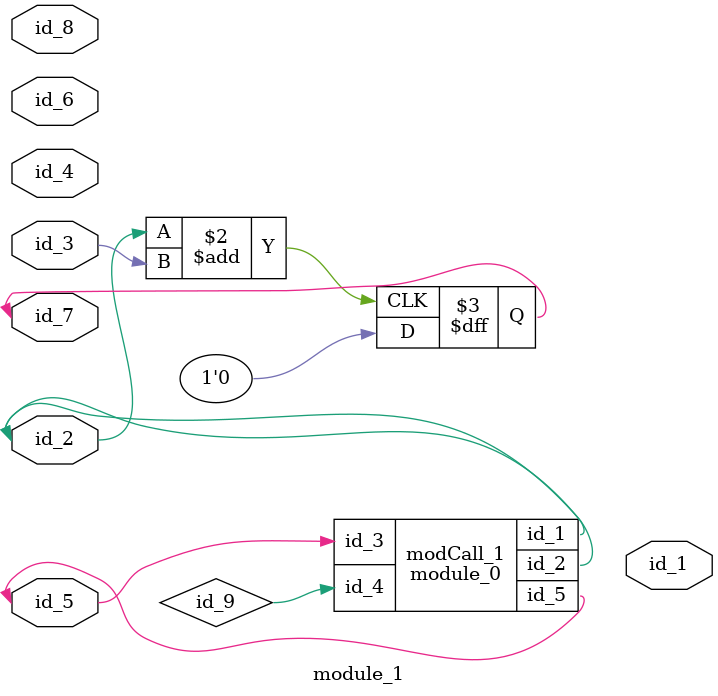
<source format=v>
module module_0 (
    id_1,
    id_2,
    id_3,
    id_4,
    id_5
);
  inout wire id_5;
  input wire id_4;
  input wire id_3;
  inout wire id_2;
  output wire id_1;
  assign id_2 = id_2;
  assign id_1 = 1;
  assign module_1.id_3 = 0;
endmodule
module module_1 (
    id_1,
    id_2,
    id_3,
    id_4,
    id_5,
    id_6,
    id_7,
    id_8
);
  input wire id_8;
  inout wire id_7;
  input wire id_6;
  inout wire id_5;
  input wire id_4;
  input wire id_3;
  inout wire id_2;
  output wire id_1;
  wire id_9;
  wire id_10;
  module_0 modCall_1 (
      id_2,
      id_2,
      id_5,
      id_9,
      id_5
  );
  always @(posedge id_2 + id_3) id_7 <= 1 != 1;
endmodule

</source>
